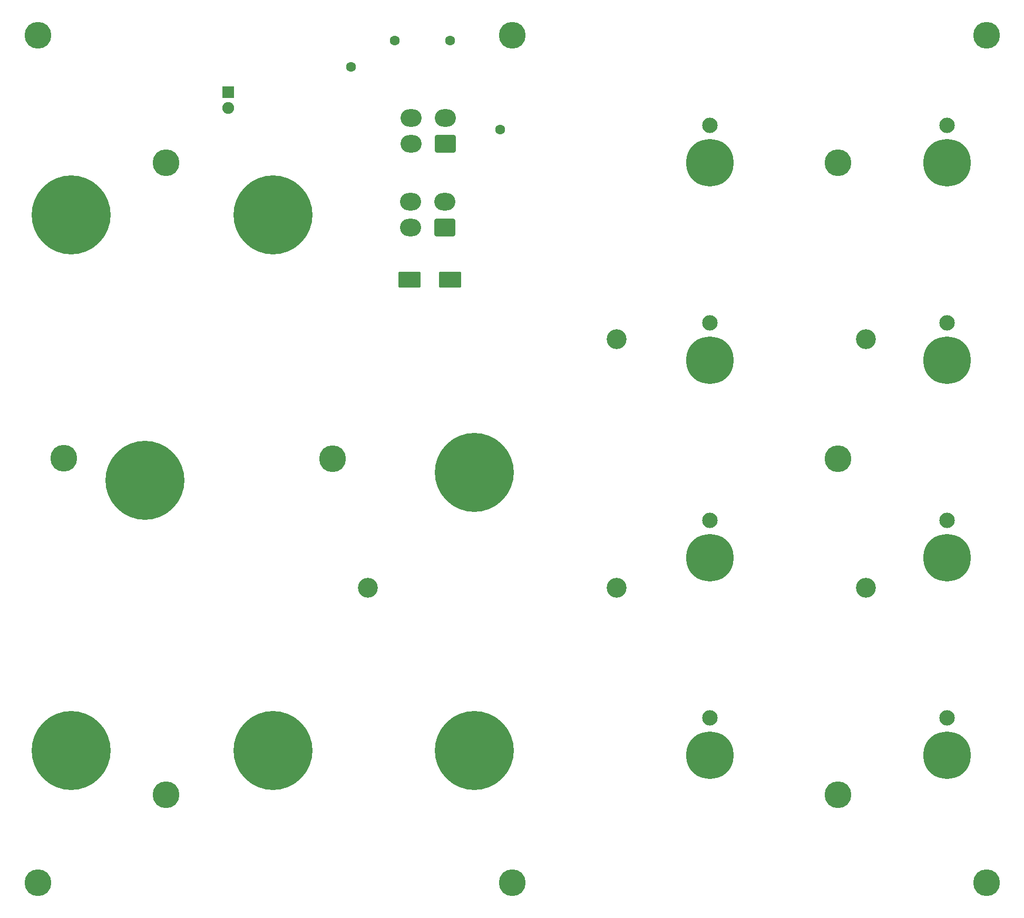
<source format=gbr>
%TF.GenerationSoftware,KiCad,Pcbnew,7.0.2*%
%TF.CreationDate,2023-05-01T02:39:06-08:00*%
%TF.ProjectId,COMM PANEL,434f4d4d-2050-4414-9e45-4c2e6b696361,4*%
%TF.SameCoordinates,Original*%
%TF.FileFunction,Soldermask,Bot*%
%TF.FilePolarity,Negative*%
%FSLAX46Y46*%
G04 Gerber Fmt 4.6, Leading zero omitted, Abs format (unit mm)*
G04 Created by KiCad (PCBNEW 7.0.2) date 2023-05-01 02:39:06*
%MOMM*%
%LPD*%
G01*
G04 APERTURE LIST*
G04 Aperture macros list*
%AMRoundRect*
0 Rectangle with rounded corners*
0 $1 Rounding radius*
0 $2 $3 $4 $5 $6 $7 $8 $9 X,Y pos of 4 corners*
0 Add a 4 corners polygon primitive as box body*
4,1,4,$2,$3,$4,$5,$6,$7,$8,$9,$2,$3,0*
0 Add four circle primitives for the rounded corners*
1,1,$1+$1,$2,$3*
1,1,$1+$1,$4,$5*
1,1,$1+$1,$6,$7*
1,1,$1+$1,$8,$9*
0 Add four rect primitives between the rounded corners*
20,1,$1+$1,$2,$3,$4,$5,0*
20,1,$1+$1,$4,$5,$6,$7,0*
20,1,$1+$1,$6,$7,$8,$9,0*
20,1,$1+$1,$8,$9,$2,$3,0*%
G04 Aperture macros list end*
%ADD10C,12.700000*%
%ADD11C,7.640752*%
%ADD12C,2.481250*%
%ADD13C,1.600000*%
%ADD14RoundRect,0.300000X1.500000X1.000000X-1.500000X1.000000X-1.500000X-1.000000X1.500000X-1.000000X0*%
%ADD15RoundRect,0.300001X1.399999X-1.099999X1.399999X1.099999X-1.399999X1.099999X-1.399999X-1.099999X0*%
%ADD16O,3.400000X2.800000*%
%ADD17RoundRect,0.050000X-0.900000X0.900000X-0.900000X-0.900000X0.900000X-0.900000X0.900000X0.900000X0*%
%ADD18C,1.900000*%
%ADD19C,4.300000*%
%ADD20C,3.200000*%
G04 APERTURE END LIST*
D10*
%TO.C,SW1*%
X82379570Y-50011622D03*
%TD*%
%TO.C,SW2*%
X114764570Y-50011622D03*
%TD*%
%TO.C,SW4*%
X147149570Y-91413622D03*
%TD*%
%TO.C,SW5*%
X82379570Y-136117622D03*
%TD*%
%TO.C,SW6*%
X114764570Y-136117622D03*
%TD*%
%TO.C,SW7*%
X147149570Y-136117622D03*
%TD*%
D11*
%TO.C,VR7*%
X184919370Y-136879622D03*
D12*
X184919370Y-130879622D03*
%TD*%
D11*
%TO.C,VR8*%
X223019370Y-136879622D03*
D12*
X223019370Y-130879622D03*
%TD*%
D11*
%TO.C,VR5*%
X184919370Y-105129622D03*
D12*
X184919370Y-99129622D03*
%TD*%
D11*
%TO.C,VR6*%
X223019370Y-105129622D03*
D12*
X223019370Y-99129622D03*
%TD*%
D11*
%TO.C,VR3*%
X184919370Y-73379622D03*
D12*
X184919370Y-67379622D03*
%TD*%
D11*
%TO.C,VR4*%
X223019370Y-73379622D03*
D12*
X223019370Y-67379622D03*
%TD*%
D11*
%TO.C,VR1*%
X184919370Y-41629622D03*
D12*
X184919370Y-35629622D03*
%TD*%
D11*
%TO.C,VR2*%
X223019370Y-41629622D03*
D12*
X223019370Y-35629622D03*
%TD*%
D10*
%TO.C,SW3*%
X94190570Y-92683622D03*
%TD*%
D13*
%TO.C,TP4*%
X151270000Y-36340000D03*
%TD*%
%TO.C,TP2*%
X134310000Y-22020000D03*
%TD*%
%TO.C,TP1*%
X143240000Y-22040000D03*
%TD*%
%TO.C,TP3*%
X127310000Y-26200000D03*
%TD*%
D14*
%TO.C,C1*%
X143200000Y-60400000D03*
X136700000Y-60400000D03*
%TD*%
D15*
%TO.C,J1*%
X142443000Y-38608000D03*
D16*
X142443000Y-34408000D03*
X136943000Y-38608000D03*
X136943000Y-34408000D03*
%TD*%
D15*
%TO.C,J2*%
X142342000Y-52070000D03*
D16*
X142342000Y-47870000D03*
X136842000Y-52070000D03*
X136842000Y-47870000D03*
%TD*%
D17*
%TO.C,D1*%
X107600000Y-30285000D03*
D18*
X107600000Y-32825000D03*
%TD*%
D19*
%TO.C,H4*%
X97619570Y-41629622D03*
%TD*%
%TO.C,H6*%
X81178400Y-89154000D03*
%TD*%
%TO.C,H7*%
X124341608Y-89254622D03*
%TD*%
%TO.C,H10*%
X205569570Y-143229622D03*
%TD*%
%TO.C,H5*%
X205569570Y-41629622D03*
%TD*%
%TO.C,H8*%
X205569570Y-89254622D03*
%TD*%
%TO.C,H9*%
X97619570Y-143229622D03*
%TD*%
%TO.C,H2*%
X153182000Y-21119100D03*
%TD*%
D20*
%TO.C,H17*%
X170000000Y-110000000D03*
%TD*%
D19*
%TO.C,H11*%
X76982100Y-157390000D03*
%TD*%
%TO.C,H1*%
X76982100Y-21119100D03*
%TD*%
D20*
%TO.C,H14*%
X170000000Y-70000000D03*
%TD*%
%TO.C,H16*%
X130000000Y-110000000D03*
%TD*%
%TO.C,H15*%
X210000000Y-70000000D03*
%TD*%
D19*
%TO.C,H3*%
X229382000Y-21119100D03*
%TD*%
D20*
%TO.C,H18*%
X210000000Y-110000000D03*
%TD*%
D19*
%TO.C,H12*%
X153182000Y-157390000D03*
%TD*%
%TO.C,H13*%
X229382000Y-157390000D03*
%TD*%
M02*

</source>
